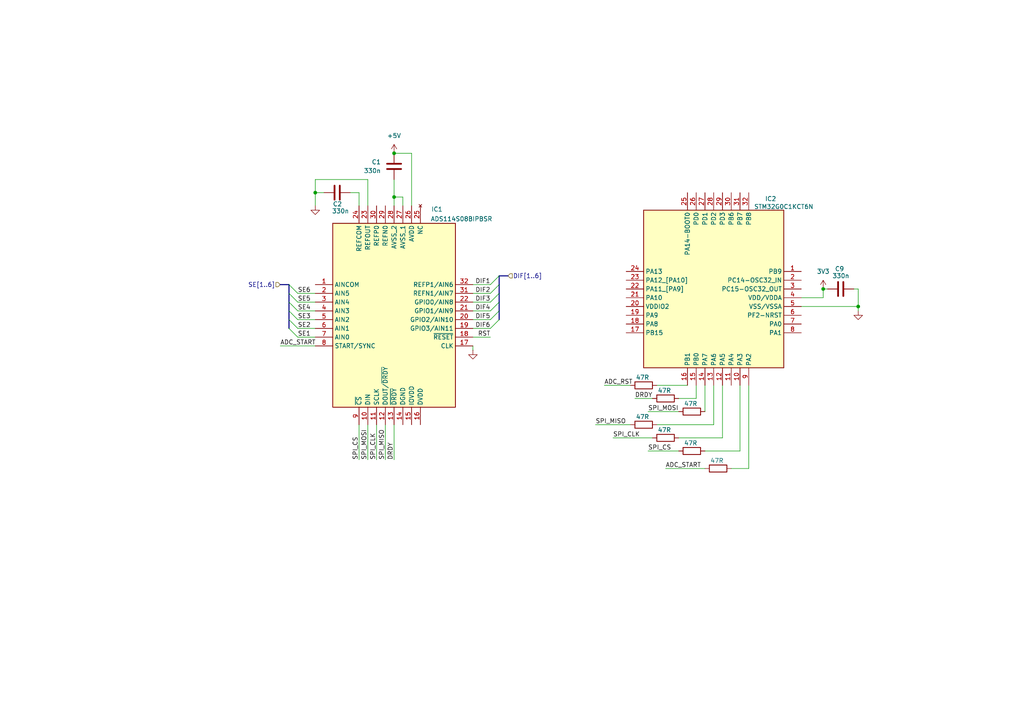
<source format=kicad_sch>
(kicad_sch
	(version 20250114)
	(generator "eeschema")
	(generator_version "9.0")
	(uuid "c9d57e86-8425-4f1e-98f7-eb4e662f29cc")
	(paper "A4")
	(lib_symbols
		(symbol "ADS114S08BIPBSR:ADS114S08BIPBSR"
			(exclude_from_sim no)
			(in_bom yes)
			(on_board yes)
			(property "Reference" "IC1"
				(at 35.306 21.844 0)
				(effects
					(font
						(size 1.27 1.27)
					)
				)
			)
			(property "Value" "ADS114S08BIPBSR"
				(at 42.418 19.05 0)
				(effects
					(font
						(size 1.27 1.27)
					)
				)
			)
			(property "Footprint" "QFP50P700X700X120-32N"
				(at 41.91 -79.68 0)
				(effects
					(font
						(size 1.27 1.27)
					)
					(justify left top)
					(hide yes)
				)
			)
			(property "Datasheet" "http://www.ti.com/lit/ds/symlink/ads114s08b.pdf"
				(at 41.91 -179.68 0)
				(effects
					(font
						(size 1.27 1.27)
					)
					(justify left top)
					(hide yes)
				)
			)
			(property "Description" "16-Bit, 4kSPS, 12-Ch Delta-Sigma ADC With PGA and Voltage Reference for Low-Cost Applications"
				(at 0 0 0)
				(effects
					(font
						(size 1.27 1.27)
					)
					(hide yes)
				)
			)
			(property "Height" "1.2"
				(at 41.91 -379.68 0)
				(effects
					(font
						(size 1.27 1.27)
					)
					(justify left top)
					(hide yes)
				)
			)
			(property "Mouser Part Number" "595-ADS114S08BIPBSR"
				(at 41.91 -479.68 0)
				(effects
					(font
						(size 1.27 1.27)
					)
					(justify left top)
					(hide yes)
				)
			)
			(property "Mouser Price/Stock" "https://www.mouser.co.uk/ProductDetail/Texas-Instruments/ADS114S08BIPBSR?qs=BZBei1rCqCBEYklFsSuG7A%3D%3D"
				(at 41.91 -579.68 0)
				(effects
					(font
						(size 1.27 1.27)
					)
					(justify left top)
					(hide yes)
				)
			)
			(property "Manufacturer_Name" "Texas Instruments"
				(at 41.91 -679.68 0)
				(effects
					(font
						(size 1.27 1.27)
					)
					(justify left top)
					(hide yes)
				)
			)
			(property "Manufacturer_Part_Number" "ADS114S08BIPBSR"
				(at 41.91 -779.68 0)
				(effects
					(font
						(size 1.27 1.27)
					)
					(justify left top)
					(hide yes)
				)
			)
			(symbol "ADS114S08BIPBSR_1_1"
				(rectangle
					(start 5.08 17.78)
					(end 40.64 -35.56)
					(stroke
						(width 0.254)
						(type default)
					)
					(fill
						(type background)
					)
				)
				(pin passive line
					(at 0 0 0)
					(length 5.08)
					(name "AINCOM"
						(effects
							(font
								(size 1.27 1.27)
							)
						)
					)
					(number "1"
						(effects
							(font
								(size 1.27 1.27)
							)
						)
					)
				)
				(pin passive line
					(at 0 -2.54 0)
					(length 5.08)
					(name "AIN5"
						(effects
							(font
								(size 1.27 1.27)
							)
						)
					)
					(number "2"
						(effects
							(font
								(size 1.27 1.27)
							)
						)
					)
				)
				(pin passive line
					(at 0 -5.08 0)
					(length 5.08)
					(name "AIN4"
						(effects
							(font
								(size 1.27 1.27)
							)
						)
					)
					(number "3"
						(effects
							(font
								(size 1.27 1.27)
							)
						)
					)
				)
				(pin passive line
					(at 0 -7.62 0)
					(length 5.08)
					(name "AIN3"
						(effects
							(font
								(size 1.27 1.27)
							)
						)
					)
					(number "4"
						(effects
							(font
								(size 1.27 1.27)
							)
						)
					)
				)
				(pin passive line
					(at 0 -10.16 0)
					(length 5.08)
					(name "AIN2"
						(effects
							(font
								(size 1.27 1.27)
							)
						)
					)
					(number "5"
						(effects
							(font
								(size 1.27 1.27)
							)
						)
					)
				)
				(pin passive line
					(at 0 -12.7 0)
					(length 5.08)
					(name "AIN1"
						(effects
							(font
								(size 1.27 1.27)
							)
						)
					)
					(number "6"
						(effects
							(font
								(size 1.27 1.27)
							)
						)
					)
				)
				(pin passive line
					(at 0 -15.24 0)
					(length 5.08)
					(name "AIN0"
						(effects
							(font
								(size 1.27 1.27)
							)
						)
					)
					(number "7"
						(effects
							(font
								(size 1.27 1.27)
							)
						)
					)
				)
				(pin passive line
					(at 0 -17.78 0)
					(length 5.08)
					(name "START/SYNC"
						(effects
							(font
								(size 1.27 1.27)
							)
						)
					)
					(number "8"
						(effects
							(font
								(size 1.27 1.27)
							)
						)
					)
				)
				(pin passive line
					(at 12.7 22.86 270)
					(length 5.08)
					(name "REFCOM"
						(effects
							(font
								(size 1.27 1.27)
							)
						)
					)
					(number "24"
						(effects
							(font
								(size 1.27 1.27)
							)
						)
					)
				)
				(pin passive line
					(at 12.7 -40.64 90)
					(length 5.08)
					(name "~{CS}"
						(effects
							(font
								(size 1.27 1.27)
							)
						)
					)
					(number "9"
						(effects
							(font
								(size 1.27 1.27)
							)
						)
					)
				)
				(pin passive line
					(at 15.24 22.86 270)
					(length 5.08)
					(name "REFOUT"
						(effects
							(font
								(size 1.27 1.27)
							)
						)
					)
					(number "23"
						(effects
							(font
								(size 1.27 1.27)
							)
						)
					)
				)
				(pin passive line
					(at 15.24 -40.64 90)
					(length 5.08)
					(name "DIN"
						(effects
							(font
								(size 1.27 1.27)
							)
						)
					)
					(number "10"
						(effects
							(font
								(size 1.27 1.27)
							)
						)
					)
				)
				(pin passive line
					(at 17.78 22.86 270)
					(length 5.08)
					(name "REFP0"
						(effects
							(font
								(size 1.27 1.27)
							)
						)
					)
					(number "30"
						(effects
							(font
								(size 1.27 1.27)
							)
						)
					)
				)
				(pin passive line
					(at 17.78 -40.64 90)
					(length 5.08)
					(name "SCLK"
						(effects
							(font
								(size 1.27 1.27)
							)
						)
					)
					(number "11"
						(effects
							(font
								(size 1.27 1.27)
							)
						)
					)
				)
				(pin passive line
					(at 20.32 22.86 270)
					(length 5.08)
					(name "REFN0"
						(effects
							(font
								(size 1.27 1.27)
							)
						)
					)
					(number "29"
						(effects
							(font
								(size 1.27 1.27)
							)
						)
					)
				)
				(pin passive line
					(at 20.32 -40.64 90)
					(length 5.08)
					(name "DOUT/~{DRDY}"
						(effects
							(font
								(size 1.27 1.27)
							)
						)
					)
					(number "12"
						(effects
							(font
								(size 1.27 1.27)
							)
						)
					)
				)
				(pin passive line
					(at 22.86 22.86 270)
					(length 5.08)
					(name "AVSS_2"
						(effects
							(font
								(size 1.27 1.27)
							)
						)
					)
					(number "28"
						(effects
							(font
								(size 1.27 1.27)
							)
						)
					)
				)
				(pin passive line
					(at 22.86 -40.64 90)
					(length 5.08)
					(name "~{DRDY}"
						(effects
							(font
								(size 1.27 1.27)
							)
						)
					)
					(number "13"
						(effects
							(font
								(size 1.27 1.27)
							)
						)
					)
				)
				(pin passive line
					(at 25.4 22.86 270)
					(length 5.08)
					(name "AVSS_1"
						(effects
							(font
								(size 1.27 1.27)
							)
						)
					)
					(number "27"
						(effects
							(font
								(size 1.27 1.27)
							)
						)
					)
				)
				(pin passive line
					(at 25.4 -40.64 90)
					(length 5.08)
					(name "DGND"
						(effects
							(font
								(size 1.27 1.27)
							)
						)
					)
					(number "14"
						(effects
							(font
								(size 1.27 1.27)
							)
						)
					)
				)
				(pin passive line
					(at 27.94 22.86 270)
					(length 5.08)
					(name "AVDD"
						(effects
							(font
								(size 1.27 1.27)
							)
						)
					)
					(number "26"
						(effects
							(font
								(size 1.27 1.27)
							)
						)
					)
				)
				(pin passive line
					(at 27.94 -40.64 90)
					(length 5.08)
					(name "IOVDD"
						(effects
							(font
								(size 1.27 1.27)
							)
						)
					)
					(number "15"
						(effects
							(font
								(size 1.27 1.27)
							)
						)
					)
				)
				(pin no_connect line
					(at 30.48 22.86 270)
					(length 5.08)
					(name "NC"
						(effects
							(font
								(size 1.27 1.27)
							)
						)
					)
					(number "25"
						(effects
							(font
								(size 1.27 1.27)
							)
						)
					)
				)
				(pin passive line
					(at 30.48 -40.64 90)
					(length 5.08)
					(name "DVDD"
						(effects
							(font
								(size 1.27 1.27)
							)
						)
					)
					(number "16"
						(effects
							(font
								(size 1.27 1.27)
							)
						)
					)
				)
				(pin passive line
					(at 45.72 0 180)
					(length 5.08)
					(name "REFP1/AIN6"
						(effects
							(font
								(size 1.27 1.27)
							)
						)
					)
					(number "32"
						(effects
							(font
								(size 1.27 1.27)
							)
						)
					)
				)
				(pin passive line
					(at 45.72 -2.54 180)
					(length 5.08)
					(name "REFN1/AIN7"
						(effects
							(font
								(size 1.27 1.27)
							)
						)
					)
					(number "31"
						(effects
							(font
								(size 1.27 1.27)
							)
						)
					)
				)
				(pin passive line
					(at 45.72 -5.08 180)
					(length 5.08)
					(name "GPIO0/AIN8"
						(effects
							(font
								(size 1.27 1.27)
							)
						)
					)
					(number "22"
						(effects
							(font
								(size 1.27 1.27)
							)
						)
					)
				)
				(pin passive line
					(at 45.72 -7.62 180)
					(length 5.08)
					(name "GPIO1/AIN9"
						(effects
							(font
								(size 1.27 1.27)
							)
						)
					)
					(number "21"
						(effects
							(font
								(size 1.27 1.27)
							)
						)
					)
				)
				(pin passive line
					(at 45.72 -10.16 180)
					(length 5.08)
					(name "GPIO2/AIN10"
						(effects
							(font
								(size 1.27 1.27)
							)
						)
					)
					(number "20"
						(effects
							(font
								(size 1.27 1.27)
							)
						)
					)
				)
				(pin passive line
					(at 45.72 -12.7 180)
					(length 5.08)
					(name "GPIO3/AIN11"
						(effects
							(font
								(size 1.27 1.27)
							)
						)
					)
					(number "19"
						(effects
							(font
								(size 1.27 1.27)
							)
						)
					)
				)
				(pin passive line
					(at 45.72 -15.24 180)
					(length 5.08)
					(name "~{RESET}"
						(effects
							(font
								(size 1.27 1.27)
							)
						)
					)
					(number "18"
						(effects
							(font
								(size 1.27 1.27)
							)
						)
					)
				)
				(pin passive line
					(at 45.72 -17.78 180)
					(length 5.08)
					(name "CLK"
						(effects
							(font
								(size 1.27 1.27)
							)
						)
					)
					(number "17"
						(effects
							(font
								(size 1.27 1.27)
							)
						)
					)
				)
			)
			(embedded_fonts no)
		)
		(symbol "Device:C"
			(pin_numbers
				(hide yes)
			)
			(pin_names
				(offset 0.254)
			)
			(exclude_from_sim no)
			(in_bom yes)
			(on_board yes)
			(property "Reference" "C"
				(at 0.635 2.54 0)
				(effects
					(font
						(size 1.27 1.27)
					)
					(justify left)
				)
			)
			(property "Value" "C"
				(at 0.635 -2.54 0)
				(effects
					(font
						(size 1.27 1.27)
					)
					(justify left)
				)
			)
			(property "Footprint" ""
				(at 0.9652 -3.81 0)
				(effects
					(font
						(size 1.27 1.27)
					)
					(hide yes)
				)
			)
			(property "Datasheet" "~"
				(at 0 0 0)
				(effects
					(font
						(size 1.27 1.27)
					)
					(hide yes)
				)
			)
			(property "Description" "Unpolarized capacitor"
				(at 0 0 0)
				(effects
					(font
						(size 1.27 1.27)
					)
					(hide yes)
				)
			)
			(property "ki_keywords" "cap capacitor"
				(at 0 0 0)
				(effects
					(font
						(size 1.27 1.27)
					)
					(hide yes)
				)
			)
			(property "ki_fp_filters" "C_*"
				(at 0 0 0)
				(effects
					(font
						(size 1.27 1.27)
					)
					(hide yes)
				)
			)
			(symbol "C_0_1"
				(polyline
					(pts
						(xy -2.032 0.762) (xy 2.032 0.762)
					)
					(stroke
						(width 0.508)
						(type default)
					)
					(fill
						(type none)
					)
				)
				(polyline
					(pts
						(xy -2.032 -0.762) (xy 2.032 -0.762)
					)
					(stroke
						(width 0.508)
						(type default)
					)
					(fill
						(type none)
					)
				)
			)
			(symbol "C_1_1"
				(pin passive line
					(at 0 3.81 270)
					(length 2.794)
					(name "~"
						(effects
							(font
								(size 1.27 1.27)
							)
						)
					)
					(number "1"
						(effects
							(font
								(size 1.27 1.27)
							)
						)
					)
				)
				(pin passive line
					(at 0 -3.81 90)
					(length 2.794)
					(name "~"
						(effects
							(font
								(size 1.27 1.27)
							)
						)
					)
					(number "2"
						(effects
							(font
								(size 1.27 1.27)
							)
						)
					)
				)
			)
			(embedded_fonts no)
		)
		(symbol "Device:R"
			(pin_numbers
				(hide yes)
			)
			(pin_names
				(offset 0)
			)
			(exclude_from_sim no)
			(in_bom yes)
			(on_board yes)
			(property "Reference" "R"
				(at 2.032 0 90)
				(effects
					(font
						(size 1.27 1.27)
					)
				)
			)
			(property "Value" "R"
				(at 0 0 90)
				(effects
					(font
						(size 1.27 1.27)
					)
				)
			)
			(property "Footprint" ""
				(at -1.778 0 90)
				(effects
					(font
						(size 1.27 1.27)
					)
					(hide yes)
				)
			)
			(property "Datasheet" "~"
				(at 0 0 0)
				(effects
					(font
						(size 1.27 1.27)
					)
					(hide yes)
				)
			)
			(property "Description" "Resistor"
				(at 0 0 0)
				(effects
					(font
						(size 1.27 1.27)
					)
					(hide yes)
				)
			)
			(property "ki_keywords" "R res resistor"
				(at 0 0 0)
				(effects
					(font
						(size 1.27 1.27)
					)
					(hide yes)
				)
			)
			(property "ki_fp_filters" "R_*"
				(at 0 0 0)
				(effects
					(font
						(size 1.27 1.27)
					)
					(hide yes)
				)
			)
			(symbol "R_0_1"
				(rectangle
					(start -1.016 -2.54)
					(end 1.016 2.54)
					(stroke
						(width 0.254)
						(type default)
					)
					(fill
						(type none)
					)
				)
			)
			(symbol "R_1_1"
				(pin passive line
					(at 0 3.81 270)
					(length 1.27)
					(name "~"
						(effects
							(font
								(size 1.27 1.27)
							)
						)
					)
					(number "1"
						(effects
							(font
								(size 1.27 1.27)
							)
						)
					)
				)
				(pin passive line
					(at 0 -3.81 90)
					(length 1.27)
					(name "~"
						(effects
							(font
								(size 1.27 1.27)
							)
						)
					)
					(number "2"
						(effects
							(font
								(size 1.27 1.27)
							)
						)
					)
				)
			)
			(embedded_fonts no)
		)
		(symbol "STM32G0C1KCT6N:STM32G0C1KCT6N"
			(exclude_from_sim no)
			(in_bom yes)
			(on_board yes)
			(property "Reference" "IC"
				(at 46.99 22.86 0)
				(effects
					(font
						(size 1.27 1.27)
					)
					(justify left top)
				)
			)
			(property "Value" "STM32G0C1KCT6N"
				(at 46.99 20.32 0)
				(effects
					(font
						(size 1.27 1.27)
					)
					(justify left top)
				)
			)
			(property "Footprint" "QFP80P900X900X160-32N"
				(at 46.99 -79.68 0)
				(effects
					(font
						(size 1.27 1.27)
					)
					(justify left top)
					(hide yes)
				)
			)
			(property "Datasheet" "https://www.st.com/resource/en/datasheet/stm32g0c1cc.pdf"
				(at 46.99 -179.68 0)
				(effects
					(font
						(size 1.27 1.27)
					)
					(justify left top)
					(hide yes)
				)
			)
			(property "Description" "Mainstream Arm Cortex-M0+ 32-bit MCU, up to 512KB Flash, 144KB RAM, 6x USART, timers, ADC, DAC, comm. I/Fs, AES, RNG, 1.7-3.6V"
				(at 0 0 0)
				(effects
					(font
						(size 1.27 1.27)
					)
					(hide yes)
				)
			)
			(property "Height" "1.6"
				(at 46.99 -379.68 0)
				(effects
					(font
						(size 1.27 1.27)
					)
					(justify left top)
					(hide yes)
				)
			)
			(property "Mouser Part Number" "511-STM32G0C1KCT6N"
				(at 46.99 -479.68 0)
				(effects
					(font
						(size 1.27 1.27)
					)
					(justify left top)
					(hide yes)
				)
			)
			(property "Mouser Price/Stock" "https://www.mouser.co.uk/ProductDetail/STMicroelectronics/STM32G0C1KCT6N?qs=iLbezkQI%252Bshu4f%252BBp0CpFw%3D%3D"
				(at 46.99 -579.68 0)
				(effects
					(font
						(size 1.27 1.27)
					)
					(justify left top)
					(hide yes)
				)
			)
			(property "Manufacturer_Name" "STMicroelectronics"
				(at 46.99 -679.68 0)
				(effects
					(font
						(size 1.27 1.27)
					)
					(justify left top)
					(hide yes)
				)
			)
			(property "Manufacturer_Part_Number" "STM32G0C1KCT6N"
				(at 46.99 -779.68 0)
				(effects
					(font
						(size 1.27 1.27)
					)
					(justify left top)
					(hide yes)
				)
			)
			(symbol "STM32G0C1KCT6N_1_1"
				(rectangle
					(start 5.08 17.78)
					(end 45.72 -27.94)
					(stroke
						(width 0.254)
						(type default)
					)
					(fill
						(type background)
					)
				)
				(pin passive line
					(at 0 0 0)
					(length 5.08)
					(name "PB9"
						(effects
							(font
								(size 1.27 1.27)
							)
						)
					)
					(number "1"
						(effects
							(font
								(size 1.27 1.27)
							)
						)
					)
				)
				(pin passive line
					(at 0 -2.54 0)
					(length 5.08)
					(name "PC14-OSC32_IN"
						(effects
							(font
								(size 1.27 1.27)
							)
						)
					)
					(number "2"
						(effects
							(font
								(size 1.27 1.27)
							)
						)
					)
				)
				(pin passive line
					(at 0 -5.08 0)
					(length 5.08)
					(name "PC15-OSC32_OUT"
						(effects
							(font
								(size 1.27 1.27)
							)
						)
					)
					(number "3"
						(effects
							(font
								(size 1.27 1.27)
							)
						)
					)
				)
				(pin passive line
					(at 0 -7.62 0)
					(length 5.08)
					(name "VDD/VDDA"
						(effects
							(font
								(size 1.27 1.27)
							)
						)
					)
					(number "4"
						(effects
							(font
								(size 1.27 1.27)
							)
						)
					)
				)
				(pin passive line
					(at 0 -10.16 0)
					(length 5.08)
					(name "VSS/VSSA"
						(effects
							(font
								(size 1.27 1.27)
							)
						)
					)
					(number "5"
						(effects
							(font
								(size 1.27 1.27)
							)
						)
					)
				)
				(pin passive line
					(at 0 -12.7 0)
					(length 5.08)
					(name "PF2-NRST"
						(effects
							(font
								(size 1.27 1.27)
							)
						)
					)
					(number "6"
						(effects
							(font
								(size 1.27 1.27)
							)
						)
					)
				)
				(pin passive line
					(at 0 -15.24 0)
					(length 5.08)
					(name "PA0"
						(effects
							(font
								(size 1.27 1.27)
							)
						)
					)
					(number "7"
						(effects
							(font
								(size 1.27 1.27)
							)
						)
					)
				)
				(pin passive line
					(at 0 -17.78 0)
					(length 5.08)
					(name "PA1"
						(effects
							(font
								(size 1.27 1.27)
							)
						)
					)
					(number "8"
						(effects
							(font
								(size 1.27 1.27)
							)
						)
					)
				)
				(pin passive line
					(at 15.24 22.86 270)
					(length 5.08)
					(name "PB8"
						(effects
							(font
								(size 1.27 1.27)
							)
						)
					)
					(number "32"
						(effects
							(font
								(size 1.27 1.27)
							)
						)
					)
				)
				(pin passive line
					(at 15.24 -33.02 90)
					(length 5.08)
					(name "PA2"
						(effects
							(font
								(size 1.27 1.27)
							)
						)
					)
					(number "9"
						(effects
							(font
								(size 1.27 1.27)
							)
						)
					)
				)
				(pin passive line
					(at 17.78 22.86 270)
					(length 5.08)
					(name "PB7"
						(effects
							(font
								(size 1.27 1.27)
							)
						)
					)
					(number "31"
						(effects
							(font
								(size 1.27 1.27)
							)
						)
					)
				)
				(pin passive line
					(at 17.78 -33.02 90)
					(length 5.08)
					(name "PA3"
						(effects
							(font
								(size 1.27 1.27)
							)
						)
					)
					(number "10"
						(effects
							(font
								(size 1.27 1.27)
							)
						)
					)
				)
				(pin passive line
					(at 20.32 22.86 270)
					(length 5.08)
					(name "PB6"
						(effects
							(font
								(size 1.27 1.27)
							)
						)
					)
					(number "30"
						(effects
							(font
								(size 1.27 1.27)
							)
						)
					)
				)
				(pin passive line
					(at 20.32 -33.02 90)
					(length 5.08)
					(name "PA4"
						(effects
							(font
								(size 1.27 1.27)
							)
						)
					)
					(number "11"
						(effects
							(font
								(size 1.27 1.27)
							)
						)
					)
				)
				(pin passive line
					(at 22.86 22.86 270)
					(length 5.08)
					(name "PD3"
						(effects
							(font
								(size 1.27 1.27)
							)
						)
					)
					(number "29"
						(effects
							(font
								(size 1.27 1.27)
							)
						)
					)
				)
				(pin passive line
					(at 22.86 -33.02 90)
					(length 5.08)
					(name "PA5"
						(effects
							(font
								(size 1.27 1.27)
							)
						)
					)
					(number "12"
						(effects
							(font
								(size 1.27 1.27)
							)
						)
					)
				)
				(pin passive line
					(at 25.4 22.86 270)
					(length 5.08)
					(name "PD2"
						(effects
							(font
								(size 1.27 1.27)
							)
						)
					)
					(number "28"
						(effects
							(font
								(size 1.27 1.27)
							)
						)
					)
				)
				(pin passive line
					(at 25.4 -33.02 90)
					(length 5.08)
					(name "PA6"
						(effects
							(font
								(size 1.27 1.27)
							)
						)
					)
					(number "13"
						(effects
							(font
								(size 1.27 1.27)
							)
						)
					)
				)
				(pin passive line
					(at 27.94 22.86 270)
					(length 5.08)
					(name "PD1"
						(effects
							(font
								(size 1.27 1.27)
							)
						)
					)
					(number "27"
						(effects
							(font
								(size 1.27 1.27)
							)
						)
					)
				)
				(pin passive line
					(at 27.94 -33.02 90)
					(length 5.08)
					(name "PA7"
						(effects
							(font
								(size 1.27 1.27)
							)
						)
					)
					(number "14"
						(effects
							(font
								(size 1.27 1.27)
							)
						)
					)
				)
				(pin passive line
					(at 30.48 22.86 270)
					(length 5.08)
					(name "PD0"
						(effects
							(font
								(size 1.27 1.27)
							)
						)
					)
					(number "26"
						(effects
							(font
								(size 1.27 1.27)
							)
						)
					)
				)
				(pin passive line
					(at 30.48 -33.02 90)
					(length 5.08)
					(name "PB0"
						(effects
							(font
								(size 1.27 1.27)
							)
						)
					)
					(number "15"
						(effects
							(font
								(size 1.27 1.27)
							)
						)
					)
				)
				(pin passive line
					(at 33.02 22.86 270)
					(length 5.08)
					(name "PA14-BOOT0"
						(effects
							(font
								(size 1.27 1.27)
							)
						)
					)
					(number "25"
						(effects
							(font
								(size 1.27 1.27)
							)
						)
					)
				)
				(pin passive line
					(at 33.02 -33.02 90)
					(length 5.08)
					(name "PB1"
						(effects
							(font
								(size 1.27 1.27)
							)
						)
					)
					(number "16"
						(effects
							(font
								(size 1.27 1.27)
							)
						)
					)
				)
				(pin passive line
					(at 50.8 0 180)
					(length 5.08)
					(name "PA13"
						(effects
							(font
								(size 1.27 1.27)
							)
						)
					)
					(number "24"
						(effects
							(font
								(size 1.27 1.27)
							)
						)
					)
				)
				(pin passive line
					(at 50.8 -2.54 180)
					(length 5.08)
					(name "PA12_[PA10]"
						(effects
							(font
								(size 1.27 1.27)
							)
						)
					)
					(number "23"
						(effects
							(font
								(size 1.27 1.27)
							)
						)
					)
				)
				(pin passive line
					(at 50.8 -5.08 180)
					(length 5.08)
					(name "PA11_[PA9]"
						(effects
							(font
								(size 1.27 1.27)
							)
						)
					)
					(number "22"
						(effects
							(font
								(size 1.27 1.27)
							)
						)
					)
				)
				(pin passive line
					(at 50.8 -7.62 180)
					(length 5.08)
					(name "PA10"
						(effects
							(font
								(size 1.27 1.27)
							)
						)
					)
					(number "21"
						(effects
							(font
								(size 1.27 1.27)
							)
						)
					)
				)
				(pin passive line
					(at 50.8 -10.16 180)
					(length 5.08)
					(name "VDDIO2"
						(effects
							(font
								(size 1.27 1.27)
							)
						)
					)
					(number "20"
						(effects
							(font
								(size 1.27 1.27)
							)
						)
					)
				)
				(pin passive line
					(at 50.8 -12.7 180)
					(length 5.08)
					(name "PA9"
						(effects
							(font
								(size 1.27 1.27)
							)
						)
					)
					(number "19"
						(effects
							(font
								(size 1.27 1.27)
							)
						)
					)
				)
				(pin passive line
					(at 50.8 -15.24 180)
					(length 5.08)
					(name "PA8"
						(effects
							(font
								(size 1.27 1.27)
							)
						)
					)
					(number "18"
						(effects
							(font
								(size 1.27 1.27)
							)
						)
					)
				)
				(pin passive line
					(at 50.8 -17.78 180)
					(length 5.08)
					(name "PB15"
						(effects
							(font
								(size 1.27 1.27)
							)
						)
					)
					(number "17"
						(effects
							(font
								(size 1.27 1.27)
							)
						)
					)
				)
			)
			(embedded_fonts no)
		)
		(symbol "power:+5V"
			(power)
			(pin_numbers
				(hide yes)
			)
			(pin_names
				(offset 0)
				(hide yes)
			)
			(exclude_from_sim no)
			(in_bom yes)
			(on_board yes)
			(property "Reference" "#PWR"
				(at 0 -3.81 0)
				(effects
					(font
						(size 1.27 1.27)
					)
					(hide yes)
				)
			)
			(property "Value" "+5V"
				(at 0 3.556 0)
				(effects
					(font
						(size 1.27 1.27)
					)
				)
			)
			(property "Footprint" ""
				(at 0 0 0)
				(effects
					(font
						(size 1.27 1.27)
					)
					(hide yes)
				)
			)
			(property "Datasheet" ""
				(at 0 0 0)
				(effects
					(font
						(size 1.27 1.27)
					)
					(hide yes)
				)
			)
			(property "Description" "Power symbol creates a global label with name \"+5V\""
				(at 0 0 0)
				(effects
					(font
						(size 1.27 1.27)
					)
					(hide yes)
				)
			)
			(property "ki_keywords" "global power"
				(at 0 0 0)
				(effects
					(font
						(size 1.27 1.27)
					)
					(hide yes)
				)
			)
			(symbol "+5V_0_1"
				(polyline
					(pts
						(xy -0.762 1.27) (xy 0 2.54)
					)
					(stroke
						(width 0)
						(type default)
					)
					(fill
						(type none)
					)
				)
				(polyline
					(pts
						(xy 0 2.54) (xy 0.762 1.27)
					)
					(stroke
						(width 0)
						(type default)
					)
					(fill
						(type none)
					)
				)
				(polyline
					(pts
						(xy 0 0) (xy 0 2.54)
					)
					(stroke
						(width 0)
						(type default)
					)
					(fill
						(type none)
					)
				)
			)
			(symbol "+5V_1_1"
				(pin power_in line
					(at 0 0 90)
					(length 0)
					(name "~"
						(effects
							(font
								(size 1.27 1.27)
							)
						)
					)
					(number "1"
						(effects
							(font
								(size 1.27 1.27)
							)
						)
					)
				)
			)
			(embedded_fonts no)
		)
		(symbol "power:GND"
			(power)
			(pin_numbers
				(hide yes)
			)
			(pin_names
				(offset 0)
				(hide yes)
			)
			(exclude_from_sim no)
			(in_bom yes)
			(on_board yes)
			(property "Reference" "#PWR"
				(at 0 -6.35 0)
				(effects
					(font
						(size 1.27 1.27)
					)
					(hide yes)
				)
			)
			(property "Value" "GND"
				(at 0 -3.81 0)
				(effects
					(font
						(size 1.27 1.27)
					)
				)
			)
			(property "Footprint" ""
				(at 0 0 0)
				(effects
					(font
						(size 1.27 1.27)
					)
					(hide yes)
				)
			)
			(property "Datasheet" ""
				(at 0 0 0)
				(effects
					(font
						(size 1.27 1.27)
					)
					(hide yes)
				)
			)
			(property "Description" "Power symbol creates a global label with name \"GND\" , ground"
				(at 0 0 0)
				(effects
					(font
						(size 1.27 1.27)
					)
					(hide yes)
				)
			)
			(property "ki_keywords" "global power"
				(at 0 0 0)
				(effects
					(font
						(size 1.27 1.27)
					)
					(hide yes)
				)
			)
			(symbol "GND_0_1"
				(polyline
					(pts
						(xy 0 0) (xy 0 -1.27) (xy 1.27 -1.27) (xy 0 -2.54) (xy -1.27 -1.27) (xy 0 -1.27)
					)
					(stroke
						(width 0)
						(type default)
					)
					(fill
						(type none)
					)
				)
			)
			(symbol "GND_1_1"
				(pin power_in line
					(at 0 0 270)
					(length 0)
					(name "~"
						(effects
							(font
								(size 1.27 1.27)
							)
						)
					)
					(number "1"
						(effects
							(font
								(size 1.27 1.27)
							)
						)
					)
				)
			)
			(embedded_fonts no)
		)
	)
	(junction
		(at 248.92 88.9)
		(diameter 0)
		(color 0 0 0 0)
		(uuid "0392904e-638e-439b-ab7c-e4432d9c8e3d")
	)
	(junction
		(at 114.3 57.15)
		(diameter 0)
		(color 0 0 0 0)
		(uuid "14464e63-d211-46e0-8e02-8d962cffce3d")
	)
	(junction
		(at 114.3 44.45)
		(diameter 0)
		(color 0 0 0 0)
		(uuid "3f238a02-c29f-426d-99f8-ea5e53cd0552")
	)
	(junction
		(at 238.76 83.82)
		(diameter 0)
		(color 0 0 0 0)
		(uuid "783bfbac-9680-4fff-87c4-3a2fdc8c7da1")
	)
	(junction
		(at 91.44 55.88)
		(diameter 0)
		(color 0 0 0 0)
		(uuid "de4e40b7-b1f1-44e5-8d2b-6cc374b17d6e")
	)
	(bus_entry
		(at 142.24 82.55)
		(size 2.54 -2.54)
		(stroke
			(width 0)
			(type default)
		)
		(uuid "0a1de2b0-5e11-4cf5-9d7d-9fee2b4cad2a")
	)
	(bus_entry
		(at 86.36 95.25)
		(size -2.54 -2.54)
		(stroke
			(width 0)
			(type default)
		)
		(uuid "16d9fad3-7410-48aa-ba1a-1b09861db03c")
	)
	(bus_entry
		(at 86.36 87.63)
		(size -2.54 -2.54)
		(stroke
			(width 0)
			(type default)
		)
		(uuid "1af72048-aec0-45c7-ad74-c63e15e36ce3")
	)
	(bus_entry
		(at 142.24 95.25)
		(size 2.54 -2.54)
		(stroke
			(width 0)
			(type default)
		)
		(uuid "241f61a2-4c96-4cf6-aa3d-dc017d921fb0")
	)
	(bus_entry
		(at 142.24 92.71)
		(size 2.54 -2.54)
		(stroke
			(width 0)
			(type default)
		)
		(uuid "25ea5317-fbfa-4a44-af33-a5f3cf285dc6")
	)
	(bus_entry
		(at 142.24 85.09)
		(size 2.54 -2.54)
		(stroke
			(width 0)
			(type default)
		)
		(uuid "49ab745b-1eec-44e9-9bad-a7d7b4f888c0")
	)
	(bus_entry
		(at 86.36 85.09)
		(size -2.54 -2.54)
		(stroke
			(width 0)
			(type default)
		)
		(uuid "87ca7766-7b55-4190-b525-af124ab024ea")
	)
	(bus_entry
		(at 142.24 87.63)
		(size 2.54 -2.54)
		(stroke
			(width 0)
			(type default)
		)
		(uuid "a777fed8-59d9-4189-8729-1d1edb513e77")
	)
	(bus_entry
		(at 86.36 92.71)
		(size -2.54 -2.54)
		(stroke
			(width 0)
			(type default)
		)
		(uuid "c413e1bf-c8d0-4f65-8a51-dc6de8405f61")
	)
	(bus_entry
		(at 86.36 90.17)
		(size -2.54 -2.54)
		(stroke
			(width 0)
			(type default)
		)
		(uuid "ce2cdc8b-ab44-41c5-a94e-2f9c448e881e")
	)
	(bus_entry
		(at 142.24 90.17)
		(size 2.54 -2.54)
		(stroke
			(width 0)
			(type default)
		)
		(uuid "ce8bf218-b305-4ccb-8e9c-c9cd57e1a766")
	)
	(bus_entry
		(at 86.36 97.79)
		(size -2.54 -2.54)
		(stroke
			(width 0)
			(type default)
		)
		(uuid "e0d61027-52f5-4c97-a9ee-0c4e1b7dc0ac")
	)
	(wire
		(pts
			(xy 106.68 123.19) (xy 106.68 133.35)
		)
		(stroke
			(width 0)
			(type default)
		)
		(uuid "0019e42f-9369-482e-ae80-4a3b417e5e9b")
	)
	(wire
		(pts
			(xy 238.76 83.82) (xy 238.76 86.36)
		)
		(stroke
			(width 0)
			(type default)
		)
		(uuid "01dd9a70-c044-41d1-89ad-4138182757b9")
	)
	(wire
		(pts
			(xy 137.16 97.79) (xy 142.24 97.79)
		)
		(stroke
			(width 0)
			(type default)
		)
		(uuid "02ca77b7-7675-4f37-a0f8-ada007b518fb")
	)
	(wire
		(pts
			(xy 137.16 85.09) (xy 142.24 85.09)
		)
		(stroke
			(width 0)
			(type default)
		)
		(uuid "05a21b7c-c2fa-42ad-b419-cd7864652240")
	)
	(wire
		(pts
			(xy 114.3 44.45) (xy 119.38 44.45)
		)
		(stroke
			(width 0)
			(type default)
		)
		(uuid "061528d6-e4b3-4c34-b6c5-b6321c14b397")
	)
	(wire
		(pts
			(xy 104.14 123.19) (xy 104.14 133.35)
		)
		(stroke
			(width 0)
			(type default)
		)
		(uuid "07a52885-9643-4126-9404-b0fb9aac641c")
	)
	(wire
		(pts
			(xy 207.01 111.76) (xy 207.01 123.19)
		)
		(stroke
			(width 0)
			(type default)
		)
		(uuid "13edb929-4f4e-4dd2-ba83-50442bf07ae4")
	)
	(bus
		(pts
			(xy 144.78 80.01) (xy 144.78 82.55)
		)
		(stroke
			(width 0)
			(type default)
		)
		(uuid "14c7e97a-721c-4055-8d56-eca3723eabb3")
	)
	(wire
		(pts
			(xy 114.3 59.69) (xy 114.3 57.15)
		)
		(stroke
			(width 0)
			(type default)
		)
		(uuid "19a0bf84-50c1-47c3-8637-a3c6f0ed9ef4")
	)
	(wire
		(pts
			(xy 86.36 90.17) (xy 91.44 90.17)
		)
		(stroke
			(width 0)
			(type default)
		)
		(uuid "19adc7d9-f456-4a51-91f6-edcf1755266d")
	)
	(wire
		(pts
			(xy 232.41 86.36) (xy 238.76 86.36)
		)
		(stroke
			(width 0)
			(type default)
		)
		(uuid "1afdfdd2-f22c-4152-84f0-ab518f1af961")
	)
	(wire
		(pts
			(xy 104.14 59.69) (xy 104.14 55.88)
		)
		(stroke
			(width 0)
			(type default)
		)
		(uuid "1f56cdae-b71e-4637-b15d-23ac9b1a0852")
	)
	(wire
		(pts
			(xy 114.3 52.07) (xy 114.3 57.15)
		)
		(stroke
			(width 0)
			(type default)
		)
		(uuid "22bd740b-f312-4dbe-9555-d46bf637d40c")
	)
	(bus
		(pts
			(xy 83.82 90.17) (xy 83.82 92.71)
		)
		(stroke
			(width 0)
			(type default)
		)
		(uuid "271dcd37-3124-408d-b62b-15187e17dc3b")
	)
	(wire
		(pts
			(xy 204.47 111.76) (xy 204.47 119.38)
		)
		(stroke
			(width 0)
			(type default)
		)
		(uuid "27a94a01-948b-44aa-8a40-a4ad4c337d4a")
	)
	(wire
		(pts
			(xy 114.3 57.15) (xy 116.84 57.15)
		)
		(stroke
			(width 0)
			(type default)
		)
		(uuid "2c78dab3-4936-43f4-9957-b503262ecb27")
	)
	(wire
		(pts
			(xy 106.68 52.07) (xy 91.44 52.07)
		)
		(stroke
			(width 0)
			(type default)
		)
		(uuid "2df5d686-1d97-4aed-bf64-e987841eed69")
	)
	(wire
		(pts
			(xy 187.96 119.38) (xy 196.85 119.38)
		)
		(stroke
			(width 0)
			(type default)
		)
		(uuid "3244498c-49f9-432b-88fc-d4174d9d6a8e")
	)
	(wire
		(pts
			(xy 209.55 111.76) (xy 209.55 127)
		)
		(stroke
			(width 0)
			(type default)
		)
		(uuid "3dac23ad-6e16-4c02-836d-119e79242241")
	)
	(wire
		(pts
			(xy 104.14 55.88) (xy 101.6 55.88)
		)
		(stroke
			(width 0)
			(type default)
		)
		(uuid "43ac7b77-3632-4391-b071-f8cc05e6a4b4")
	)
	(wire
		(pts
			(xy 240.03 83.82) (xy 238.76 83.82)
		)
		(stroke
			(width 0)
			(type default)
		)
		(uuid "497a78b3-868c-48c0-ab7e-e164b3a6f2f5")
	)
	(bus
		(pts
			(xy 147.32 80.01) (xy 144.78 80.01)
		)
		(stroke
			(width 0)
			(type default)
		)
		(uuid "504a4cfe-f58a-4096-91a3-cbd96209a411")
	)
	(bus
		(pts
			(xy 144.78 87.63) (xy 144.78 90.17)
		)
		(stroke
			(width 0)
			(type default)
		)
		(uuid "5550921e-2be3-46c1-be05-b904eba24e57")
	)
	(wire
		(pts
			(xy 247.65 83.82) (xy 248.92 83.82)
		)
		(stroke
			(width 0)
			(type default)
		)
		(uuid "5761a315-1d6d-4b77-9bfd-f8ad40246dab")
	)
	(wire
		(pts
			(xy 175.26 111.76) (xy 182.88 111.76)
		)
		(stroke
			(width 0)
			(type default)
		)
		(uuid "5a5be491-5cc9-4874-ac7f-317a28adf15d")
	)
	(wire
		(pts
			(xy 86.36 92.71) (xy 91.44 92.71)
		)
		(stroke
			(width 0)
			(type default)
		)
		(uuid "5a7f2b3c-f037-4cf0-a00b-e47d2cbc6b00")
	)
	(wire
		(pts
			(xy 81.28 100.33) (xy 91.44 100.33)
		)
		(stroke
			(width 0)
			(type default)
		)
		(uuid "5c873103-af1f-4ffb-adbd-c536ffe41706")
	)
	(wire
		(pts
			(xy 86.36 85.09) (xy 91.44 85.09)
		)
		(stroke
			(width 0)
			(type default)
		)
		(uuid "5e4055b0-3c13-4cbd-957f-b06a7a70023a")
	)
	(wire
		(pts
			(xy 114.3 123.19) (xy 114.3 133.35)
		)
		(stroke
			(width 0)
			(type default)
		)
		(uuid "606c3d9c-6a97-4343-9845-93bfb31a052d")
	)
	(wire
		(pts
			(xy 86.36 97.79) (xy 91.44 97.79)
		)
		(stroke
			(width 0)
			(type default)
		)
		(uuid "6e35fe85-6b1e-43ee-b21c-b6eedff895a7")
	)
	(wire
		(pts
			(xy 177.8 127) (xy 189.23 127)
		)
		(stroke
			(width 0)
			(type default)
		)
		(uuid "6ed4d937-d519-4b5c-affb-61be7c6a4b5b")
	)
	(wire
		(pts
			(xy 137.16 100.33) (xy 137.16 101.6)
		)
		(stroke
			(width 0)
			(type default)
		)
		(uuid "7277c9ad-76c2-4c21-81a6-6d91d55883a2")
	)
	(wire
		(pts
			(xy 248.92 88.9) (xy 248.92 90.17)
		)
		(stroke
			(width 0)
			(type default)
		)
		(uuid "7827e20e-8b05-44be-9b52-d6d6c344cfc6")
	)
	(wire
		(pts
			(xy 137.16 90.17) (xy 142.24 90.17)
		)
		(stroke
			(width 0)
			(type default)
		)
		(uuid "7ec2dbb7-2933-422c-a377-35f4034d5664")
	)
	(wire
		(pts
			(xy 196.85 127) (xy 209.55 127)
		)
		(stroke
			(width 0)
			(type default)
		)
		(uuid "88bb1ade-aa1e-4616-851a-ce5a9ed4c820")
	)
	(wire
		(pts
			(xy 137.16 82.55) (xy 142.24 82.55)
		)
		(stroke
			(width 0)
			(type default)
		)
		(uuid "8f38f1e6-b138-4666-afb6-981087d7923d")
	)
	(wire
		(pts
			(xy 91.44 52.07) (xy 91.44 55.88)
		)
		(stroke
			(width 0)
			(type default)
		)
		(uuid "905dd922-59ed-455d-ab86-580dbfd2633c")
	)
	(wire
		(pts
			(xy 190.5 123.19) (xy 207.01 123.19)
		)
		(stroke
			(width 0)
			(type default)
		)
		(uuid "9536e972-f1c5-491e-b73d-5c3a7e3e41f5")
	)
	(wire
		(pts
			(xy 214.63 111.76) (xy 214.63 130.81)
		)
		(stroke
			(width 0)
			(type default)
		)
		(uuid "959c9c3f-f0ba-41c3-9b14-d8be698d0f1c")
	)
	(bus
		(pts
			(xy 81.28 82.55) (xy 83.82 82.55)
		)
		(stroke
			(width 0)
			(type default)
		)
		(uuid "97900d55-ecb0-42c3-b316-9df29563b4b5")
	)
	(wire
		(pts
			(xy 91.44 55.88) (xy 91.44 59.69)
		)
		(stroke
			(width 0)
			(type default)
		)
		(uuid "9d21c514-3205-4610-887a-a78fdfa7aac9")
	)
	(wire
		(pts
			(xy 204.47 130.81) (xy 214.63 130.81)
		)
		(stroke
			(width 0)
			(type default)
		)
		(uuid "9d5830a3-f552-45ff-9e99-7177eca4f919")
	)
	(wire
		(pts
			(xy 86.36 95.25) (xy 91.44 95.25)
		)
		(stroke
			(width 0)
			(type default)
		)
		(uuid "a112d48a-7514-4b47-a33d-52c70e0f9951")
	)
	(wire
		(pts
			(xy 232.41 88.9) (xy 248.92 88.9)
		)
		(stroke
			(width 0)
			(type default)
		)
		(uuid "a3aec5d9-0eb9-47e1-ae1b-9dd7b9bee8f7")
	)
	(bus
		(pts
			(xy 144.78 82.55) (xy 144.78 85.09)
		)
		(stroke
			(width 0)
			(type default)
		)
		(uuid "a77f20d3-2f3b-4ecc-8db1-fc4fa02eb0a3")
	)
	(wire
		(pts
			(xy 172.72 123.19) (xy 182.88 123.19)
		)
		(stroke
			(width 0)
			(type default)
		)
		(uuid "a7844704-a89c-42c5-b0fe-fbb529f4e9a6")
	)
	(bus
		(pts
			(xy 83.82 85.09) (xy 83.82 87.63)
		)
		(stroke
			(width 0)
			(type default)
		)
		(uuid "b003ae2d-728b-48de-a679-8a8555a62344")
	)
	(wire
		(pts
			(xy 91.44 55.88) (xy 93.98 55.88)
		)
		(stroke
			(width 0)
			(type default)
		)
		(uuid "b1539620-7073-40ce-b32d-6accd31de2ea")
	)
	(wire
		(pts
			(xy 109.22 123.19) (xy 109.22 133.35)
		)
		(stroke
			(width 0)
			(type default)
		)
		(uuid "b19e3379-deed-431a-82f9-a2ccf071c321")
	)
	(bus
		(pts
			(xy 83.82 82.55) (xy 83.82 85.09)
		)
		(stroke
			(width 0)
			(type default)
		)
		(uuid "b1ac76c5-7907-4756-9fbe-c006df1cc8e4")
	)
	(wire
		(pts
			(xy 248.92 83.82) (xy 248.92 88.9)
		)
		(stroke
			(width 0)
			(type default)
		)
		(uuid "b40f1531-dae9-4ffb-917d-4fe5caed89ba")
	)
	(wire
		(pts
			(xy 116.84 57.15) (xy 116.84 59.69)
		)
		(stroke
			(width 0)
			(type default)
		)
		(uuid "ba097fcf-bd8a-4872-918c-94c4a0e318ec")
	)
	(wire
		(pts
			(xy 119.38 44.45) (xy 119.38 59.69)
		)
		(stroke
			(width 0)
			(type default)
		)
		(uuid "ba1aff4d-e9ac-4206-b951-0abfc0dc4f59")
	)
	(bus
		(pts
			(xy 83.82 92.71) (xy 83.82 95.25)
		)
		(stroke
			(width 0)
			(type default)
		)
		(uuid "bbc76cba-99d3-4985-99c7-da0d126e4585")
	)
	(wire
		(pts
			(xy 106.68 59.69) (xy 106.68 52.07)
		)
		(stroke
			(width 0)
			(type default)
		)
		(uuid "bfd58a51-6d7e-4bf3-80e1-1aef81156acd")
	)
	(wire
		(pts
			(xy 190.5 111.76) (xy 199.39 111.76)
		)
		(stroke
			(width 0)
			(type default)
		)
		(uuid "c3a16d6e-de3f-4c66-8c5b-4828bae8b357")
	)
	(wire
		(pts
			(xy 111.76 123.19) (xy 111.76 133.35)
		)
		(stroke
			(width 0)
			(type default)
		)
		(uuid "c464c55c-4ae8-4503-a5f8-1dd79ce73066")
	)
	(wire
		(pts
			(xy 184.15 115.57) (xy 189.23 115.57)
		)
		(stroke
			(width 0)
			(type default)
		)
		(uuid "cb185d77-592b-402d-a0e8-9b73d33a862d")
	)
	(wire
		(pts
			(xy 196.85 115.57) (xy 201.93 115.57)
		)
		(stroke
			(width 0)
			(type default)
		)
		(uuid "ce1b2e9e-ba75-45b0-9c99-07488a952654")
	)
	(wire
		(pts
			(xy 137.16 92.71) (xy 142.24 92.71)
		)
		(stroke
			(width 0)
			(type default)
		)
		(uuid "cf9dfe80-ccf5-48d5-99e0-9ad7bbda92e1")
	)
	(wire
		(pts
			(xy 193.04 135.89) (xy 204.47 135.89)
		)
		(stroke
			(width 0)
			(type default)
		)
		(uuid "d1613dee-9b58-41a2-afc1-9aa8afa071df")
	)
	(wire
		(pts
			(xy 212.09 135.89) (xy 217.17 135.89)
		)
		(stroke
			(width 0)
			(type default)
		)
		(uuid "d4cb9799-75ec-43ca-915d-e219a5ebf3b1")
	)
	(wire
		(pts
			(xy 201.93 115.57) (xy 201.93 111.76)
		)
		(stroke
			(width 0)
			(type default)
		)
		(uuid "d79fb15c-ec25-4128-a56d-a79a6cf1d26b")
	)
	(wire
		(pts
			(xy 86.36 87.63) (xy 91.44 87.63)
		)
		(stroke
			(width 0)
			(type default)
		)
		(uuid "e50c54c2-6fef-4619-a201-a5927fe1e40d")
	)
	(bus
		(pts
			(xy 83.82 87.63) (xy 83.82 90.17)
		)
		(stroke
			(width 0)
			(type default)
		)
		(uuid "e878e17b-8f26-4e55-9cf5-6d5d5c972b94")
	)
	(wire
		(pts
			(xy 187.96 130.81) (xy 196.85 130.81)
		)
		(stroke
			(width 0)
			(type default)
		)
		(uuid "eee16457-5c18-4a3a-b392-33c1ef91909e")
	)
	(bus
		(pts
			(xy 144.78 85.09) (xy 144.78 87.63)
		)
		(stroke
			(width 0)
			(type default)
		)
		(uuid "efb02cee-a04b-47ed-82e3-f4060b6cfbf5")
	)
	(wire
		(pts
			(xy 217.17 111.76) (xy 217.17 135.89)
		)
		(stroke
			(width 0)
			(type default)
		)
		(uuid "f12bfa7c-a86a-4ed2-91cc-1682b576e91f")
	)
	(wire
		(pts
			(xy 137.16 87.63) (xy 142.24 87.63)
		)
		(stroke
			(width 0)
			(type default)
		)
		(uuid "f201c21c-8937-4831-9c5c-7ddd05fe3628")
	)
	(bus
		(pts
			(xy 144.78 90.17) (xy 144.78 92.71)
		)
		(stroke
			(width 0)
			(type default)
		)
		(uuid "f845bbc1-87a0-46fa-ad9a-30a4b8a68daf")
	)
	(wire
		(pts
			(xy 137.16 95.25) (xy 142.24 95.25)
		)
		(stroke
			(width 0)
			(type default)
		)
		(uuid "fdd56a29-7edd-4cc0-afde-b44b389d0127")
	)
	(label "SPI_CS"
		(at 187.96 130.81 0)
		(effects
			(font
				(size 1.27 1.27)
			)
			(justify left bottom)
		)
		(uuid "00c63c33-bc43-461a-a686-73daaf47f89e")
	)
	(label "SE2"
		(at 86.36 95.25 0)
		(effects
			(font
				(size 1.27 1.27)
			)
			(justify left bottom)
		)
		(uuid "14b6e8a9-bacb-404b-9754-3bd0f3367073")
	)
	(label "SE3"
		(at 86.36 92.71 0)
		(effects
			(font
				(size 1.27 1.27)
			)
			(justify left bottom)
		)
		(uuid "2300427f-f9b9-49b5-9ca5-e0ec86e9edb3")
	)
	(label "SPI_MISO"
		(at 172.72 123.19 0)
		(effects
			(font
				(size 1.27 1.27)
			)
			(justify left bottom)
		)
		(uuid "2f170e5c-ef73-42eb-8c87-df6fa997b84a")
	)
	(label "RST"
		(at 142.24 97.79 180)
		(effects
			(font
				(size 1.27 1.27)
			)
			(justify right bottom)
		)
		(uuid "34efd5f7-6abc-428a-8b8d-1723e0b9e3b2")
	)
	(label "SPI_MOSI"
		(at 106.68 133.35 90)
		(effects
			(font
				(size 1.27 1.27)
			)
			(justify left bottom)
		)
		(uuid "361b1165-3a77-4bac-891d-7ab9ee0924f0")
	)
	(label "ADC_RST"
		(at 175.26 111.76 0)
		(effects
			(font
				(size 1.27 1.27)
			)
			(justify left bottom)
		)
		(uuid "42a94bcb-5c66-484a-8de9-9837ca830a4e")
	)
	(label "SPI_CS"
		(at 104.14 133.35 90)
		(effects
			(font
				(size 1.27 1.27)
			)
			(justify left bottom)
		)
		(uuid "75ded96a-c6f3-4f73-93a0-1f5f416a269d")
	)
	(label "DIF3"
		(at 142.24 87.63 180)
		(effects
			(font
				(size 1.27 1.27)
			)
			(justify right bottom)
		)
		(uuid "8370e9a8-429f-40ed-9e03-1d8ab333bf57")
	)
	(label "DRDY"
		(at 114.3 133.35 90)
		(effects
			(font
				(size 1.27 1.27)
			)
			(justify left bottom)
		)
		(uuid "8378c9e0-863a-4a2a-8305-d8ff4ef16408")
	)
	(label "DRDY"
		(at 184.15 115.57 0)
		(effects
			(font
				(size 1.27 1.27)
			)
			(justify left bottom)
		)
		(uuid "8b8dd3bc-f5ca-437c-b329-1adf01ce616d")
	)
	(label "SPI_CLK"
		(at 177.8 127 0)
		(effects
			(font
				(size 1.27 1.27)
			)
			(justify left bottom)
		)
		(uuid "90bc6514-d0c1-4479-87f4-ff68f11f2ce6")
	)
	(label "SPI_CLK"
		(at 109.22 133.35 90)
		(effects
			(font
				(size 1.27 1.27)
			)
			(justify left bottom)
		)
		(uuid "93fc173f-25f9-43cd-b413-794940a49b16")
	)
	(label "SE1"
		(at 86.36 97.79 0)
		(effects
			(font
				(size 1.27 1.27)
			)
			(justify left bottom)
		)
		(uuid "98190c1b-0a3d-4b4d-be60-52b8ae93d0bf")
	)
	(label "DIF5"
		(at 142.24 92.71 180)
		(effects
			(font
				(size 1.27 1.27)
			)
			(justify right bottom)
		)
		(uuid "98350a10-156d-4c16-8dc6-54e790796e5b")
	)
	(label "DIF6"
		(at 142.24 95.25 180)
		(effects
			(font
				(size 1.27 1.27)
			)
			(justify right bottom)
		)
		(uuid "9c2c9a25-9955-4f0f-972c-78d959d8e85c")
	)
	(label "SE6"
		(at 86.36 85.09 0)
		(effects
			(font
				(size 1.27 1.27)
			)
			(justify left bottom)
		)
		(uuid "9f1d1182-cbeb-47da-8ee5-8f75155536ba")
	)
	(label "SE5"
		(at 86.36 87.63 0)
		(effects
			(font
				(size 1.27 1.27)
			)
			(justify left bottom)
		)
		(uuid "a76b0cf0-28e9-40c4-a328-addff97e1ed6")
	)
	(label "DIF1"
		(at 142.24 82.55 180)
		(effects
			(font
				(size 1.27 1.27)
			)
			(justify right bottom)
		)
		(uuid "bddc326d-5f27-485a-9e31-30148f371e01")
	)
	(label "SPI_MISO"
		(at 111.76 133.35 90)
		(effects
			(font
				(size 1.27 1.27)
			)
			(justify left bottom)
		)
		(uuid "d3827e3b-5920-4999-a090-968a2c50c7ed")
	)
	(label "SPI_MOSI"
		(at 187.96 119.38 0)
		(effects
			(font
				(size 1.27 1.27)
			)
			(justify left bottom)
		)
		(uuid "d7555c31-b24c-40e6-8598-d04366dd13c9")
	)
	(label "ADC_START"
		(at 193.04 135.89 0)
		(effects
			(font
				(size 1.27 1.27)
			)
			(justify left bottom)
		)
		(uuid "dab4a5e6-7880-45c3-a53b-88c579f16eb8")
	)
	(label "DIF2"
		(at 142.24 85.09 180)
		(effects
			(font
				(size 1.27 1.27)
			)
			(justify right bottom)
		)
		(uuid "dbeca6f4-86ea-4e1f-991c-18ea2cf8d879")
	)
	(label "SE4"
		(at 86.36 90.17 0)
		(effects
			(font
				(size 1.27 1.27)
			)
			(justify left bottom)
		)
		(uuid "e9ab701f-4f28-417b-a6f1-70ce8f3e369d")
	)
	(label "ADC_START"
		(at 81.28 100.33 0)
		(effects
			(font
				(size 1.27 1.27)
			)
			(justify left bottom)
		)
		(uuid "ea233df5-eda2-46da-aff9-d16af52f6b62")
	)
	(label "DIF4"
		(at 142.24 90.17 180)
		(effects
			(font
				(size 1.27 1.27)
			)
			(justify right bottom)
		)
		(uuid "fd18692f-aff9-453f-9d78-9453d63654f7")
	)
	(hierarchical_label "DIF[1..6]"
		(shape input)
		(at 147.32 80.01 0)
		(effects
			(font
				(size 1.27 1.27)
			)
			(justify left)
		)
		(uuid "41257761-fb15-4163-b6f6-3a54860c05a0")
	)
	(hierarchical_label "SE[1..6]"
		(shape input)
		(at 81.28 82.55 180)
		(effects
			(font
				(size 1.27 1.27)
			)
			(justify right)
		)
		(uuid "9a131f54-031e-4169-bbc0-1ae1fad88634")
	)
	(symbol
		(lib_id "power:GND")
		(at 137.16 101.6 0)
		(unit 1)
		(exclude_from_sim no)
		(in_bom yes)
		(on_board yes)
		(dnp no)
		(fields_autoplaced yes)
		(uuid "058313aa-d724-4045-bfad-a8493086878a")
		(property "Reference" "#PWR017"
			(at 137.16 107.95 0)
			(effects
				(font
					(size 1.27 1.27)
				)
				(hide yes)
			)
		)
		(property "Value" "GND"
			(at 137.16 106.68 0)
			(effects
				(font
					(size 1.27 1.27)
				)
				(hide yes)
			)
		)
		(property "Footprint" ""
			(at 137.16 101.6 0)
			(effects
				(font
					(size 1.27 1.27)
				)
				(hide yes)
			)
		)
		(property "Datasheet" ""
			(at 137.16 101.6 0)
			(effects
				(font
					(size 1.27 1.27)
				)
				(hide yes)
			)
		)
		(property "Description" "Power symbol creates a global label with name \"GND\" , ground"
			(at 137.16 101.6 0)
			(effects
				(font
					(size 1.27 1.27)
				)
				(hide yes)
			)
		)
		(pin "1"
			(uuid "e315a3a0-56b5-40b2-af89-ed159312feb7")
		)
		(instances
			(project "UPP_simple"
				(path "/6b5c3a33-e0c0-4354-bc3d-665cd56165a2/2e9be577-9098-40f6-bf7d-f157812c3f0a"
					(reference "#PWR017")
					(unit 1)
				)
			)
		)
	)
	(symbol
		(lib_id "power:GND")
		(at 248.92 90.17 0)
		(mirror y)
		(unit 1)
		(exclude_from_sim no)
		(in_bom yes)
		(on_board yes)
		(dnp no)
		(fields_autoplaced yes)
		(uuid "1121b252-c8d3-470d-b776-033edebeecf8")
		(property "Reference" "#PWR082"
			(at 248.92 96.52 0)
			(effects
				(font
					(size 1.27 1.27)
				)
				(hide yes)
			)
		)
		(property "Value" "GND"
			(at 248.92 95.25 0)
			(effects
				(font
					(size 1.27 1.27)
				)
				(hide yes)
			)
		)
		(property "Footprint" ""
			(at 248.92 90.17 0)
			(effects
				(font
					(size 1.27 1.27)
				)
				(hide yes)
			)
		)
		(property "Datasheet" ""
			(at 248.92 90.17 0)
			(effects
				(font
					(size 1.27 1.27)
				)
				(hide yes)
			)
		)
		(property "Description" "Power symbol creates a global label with name \"GND\" , ground"
			(at 248.92 90.17 0)
			(effects
				(font
					(size 1.27 1.27)
				)
				(hide yes)
			)
		)
		(pin "1"
			(uuid "a5c89c1e-896c-4aad-899b-1c8f9752e029")
		)
		(instances
			(project "UPP_simple"
				(path "/6b5c3a33-e0c0-4354-bc3d-665cd56165a2/2e9be577-9098-40f6-bf7d-f157812c3f0a"
					(reference "#PWR082")
					(unit 1)
				)
			)
		)
	)
	(symbol
		(lib_id "Device:R")
		(at 200.66 119.38 270)
		(mirror x)
		(unit 1)
		(exclude_from_sim no)
		(in_bom yes)
		(on_board yes)
		(dnp no)
		(uuid "2868f16c-3f15-4344-a905-fe5018bff64a")
		(property "Reference" "R9"
			(at 200.152 116.84 90)
			(effects
				(font
					(size 1.27 1.27)
				)
				(justify left)
				(hide yes)
			)
		)
		(property "Value" "47R"
			(at 198.374 117.094 90)
			(effects
				(font
					(size 1.27 1.27)
				)
				(justify left)
			)
		)
		(property "Footprint" ""
			(at 200.66 121.158 90)
			(effects
				(font
					(size 1.27 1.27)
				)
				(hide yes)
			)
		)
		(property "Datasheet" "~"
			(at 200.66 119.38 0)
			(effects
				(font
					(size 1.27 1.27)
				)
				(hide yes)
			)
		)
		(property "Description" "Resistor"
			(at 200.66 119.38 0)
			(effects
				(font
					(size 1.27 1.27)
				)
				(hide yes)
			)
		)
		(pin "2"
			(uuid "4c070196-745e-4c30-9a3a-8b4b5009932a")
		)
		(pin "1"
			(uuid "e757fbf8-1d73-4e7b-ab3c-fbd7afec6339")
		)
		(instances
			(project "UPP_simple"
				(path "/6b5c3a33-e0c0-4354-bc3d-665cd56165a2/2e9be577-9098-40f6-bf7d-f157812c3f0a"
					(reference "R9")
					(unit 1)
				)
			)
		)
	)
	(symbol
		(lib_id "Device:R")
		(at 193.04 115.57 270)
		(mirror x)
		(unit 1)
		(exclude_from_sim no)
		(in_bom yes)
		(on_board yes)
		(dnp no)
		(uuid "494b726c-e5aa-40b0-9686-15a530ab511a")
		(property "Reference" "R12"
			(at 192.532 113.03 90)
			(effects
				(font
					(size 1.27 1.27)
				)
				(justify left)
				(hide yes)
			)
		)
		(property "Value" "47R"
			(at 190.754 113.284 90)
			(effects
				(font
					(size 1.27 1.27)
				)
				(justify left)
			)
		)
		(property "Footprint" ""
			(at 193.04 117.348 90)
			(effects
				(font
					(size 1.27 1.27)
				)
				(hide yes)
			)
		)
		(property "Datasheet" "~"
			(at 193.04 115.57 0)
			(effects
				(font
					(size 1.27 1.27)
				)
				(hide yes)
			)
		)
		(property "Description" "Resistor"
			(at 193.04 115.57 0)
			(effects
				(font
					(size 1.27 1.27)
				)
				(hide yes)
			)
		)
		(pin "2"
			(uuid "807ddb3e-74e8-4621-99bd-7f827b87ae68")
		)
		(pin "1"
			(uuid "fa08bc52-160a-4830-bf11-edae5aea8efb")
		)
		(instances
			(project "UPP_simple"
				(path "/6b5c3a33-e0c0-4354-bc3d-665cd56165a2/2e9be577-9098-40f6-bf7d-f157812c3f0a"
					(reference "R12")
					(unit 1)
				)
			)
		)
	)
	(symbol
		(lib_id "Device:R")
		(at 193.04 127 270)
		(mirror x)
		(unit 1)
		(exclude_from_sim no)
		(in_bom yes)
		(on_board yes)
		(dnp no)
		(uuid "59e6b33e-0795-469a-a98f-c675116ee989")
		(property "Reference" "R11"
			(at 192.532 124.46 90)
			(effects
				(font
					(size 1.27 1.27)
				)
				(justify left)
				(hide yes)
			)
		)
		(property "Value" "47R"
			(at 190.754 124.714 90)
			(effects
				(font
					(size 1.27 1.27)
				)
				(justify left)
			)
		)
		(property "Footprint" ""
			(at 193.04 128.778 90)
			(effects
				(font
					(size 1.27 1.27)
				)
				(hide yes)
			)
		)
		(property "Datasheet" "~"
			(at 193.04 127 0)
			(effects
				(font
					(size 1.27 1.27)
				)
				(hide yes)
			)
		)
		(property "Description" "Resistor"
			(at 193.04 127 0)
			(effects
				(font
					(size 1.27 1.27)
				)
				(hide yes)
			)
		)
		(pin "2"
			(uuid "e4fd2f95-9a20-47e2-8195-3da573a09276")
		)
		(pin "1"
			(uuid "9874a569-de8a-4d40-aa42-79de65db61bd")
		)
		(instances
			(project "UPP_simple"
				(path "/6b5c3a33-e0c0-4354-bc3d-665cd56165a2/2e9be577-9098-40f6-bf7d-f157812c3f0a"
					(reference "R11")
					(unit 1)
				)
			)
		)
	)
	(symbol
		(lib_id "power:GND")
		(at 91.44 59.69 0)
		(mirror y)
		(unit 1)
		(exclude_from_sim no)
		(in_bom yes)
		(on_board yes)
		(dnp no)
		(fields_autoplaced yes)
		(uuid "5db7c58a-b98e-4054-a5d2-3c9810d4818d")
		(property "Reference" "#PWR016"
			(at 91.44 66.04 0)
			(effects
				(font
					(size 1.27 1.27)
				)
				(hide yes)
			)
		)
		(property "Value" "GND"
			(at 91.44 64.77 0)
			(effects
				(font
					(size 1.27 1.27)
				)
				(hide yes)
			)
		)
		(property "Footprint" ""
			(at 91.44 59.69 0)
			(effects
				(font
					(size 1.27 1.27)
				)
				(hide yes)
			)
		)
		(property "Datasheet" ""
			(at 91.44 59.69 0)
			(effects
				(font
					(size 1.27 1.27)
				)
				(hide yes)
			)
		)
		(property "Description" "Power symbol creates a global label with name \"GND\" , ground"
			(at 91.44 59.69 0)
			(effects
				(font
					(size 1.27 1.27)
				)
				(hide yes)
			)
		)
		(pin "1"
			(uuid "4faff189-5850-4ce5-b444-8ac813e958f4")
		)
		(instances
			(project "UPP_simple"
				(path "/6b5c3a33-e0c0-4354-bc3d-665cd56165a2/2e9be577-9098-40f6-bf7d-f157812c3f0a"
					(reference "#PWR016")
					(unit 1)
				)
			)
		)
	)
	(symbol
		(lib_id "Device:R")
		(at 200.66 130.81 270)
		(mirror x)
		(unit 1)
		(exclude_from_sim no)
		(in_bom yes)
		(on_board yes)
		(dnp no)
		(uuid "6096702a-062e-42a4-8e52-9651772bc3f8")
		(property "Reference" "R13"
			(at 200.152 128.27 90)
			(effects
				(font
					(size 1.27 1.27)
				)
				(justify left)
				(hide yes)
			)
		)
		(property "Value" "47R"
			(at 198.374 128.524 90)
			(effects
				(font
					(size 1.27 1.27)
				)
				(justify left)
			)
		)
		(property "Footprint" ""
			(at 200.66 132.588 90)
			(effects
				(font
					(size 1.27 1.27)
				)
				(hide yes)
			)
		)
		(property "Datasheet" "~"
			(at 200.66 130.81 0)
			(effects
				(font
					(size 1.27 1.27)
				)
				(hide yes)
			)
		)
		(property "Description" "Resistor"
			(at 200.66 130.81 0)
			(effects
				(font
					(size 1.27 1.27)
				)
				(hide yes)
			)
		)
		(pin "2"
			(uuid "4117b9a3-72e3-452b-96be-a8fbdb95fccb")
		)
		(pin "1"
			(uuid "aa8a5c98-1179-49bd-989f-37f80b539cb8")
		)
		(instances
			(project "UPP_simple"
				(path "/6b5c3a33-e0c0-4354-bc3d-665cd56165a2/2e9be577-9098-40f6-bf7d-f157812c3f0a"
					(reference "R13")
					(unit 1)
				)
			)
		)
	)
	(symbol
		(lib_id "Device:R")
		(at 208.28 135.89 270)
		(mirror x)
		(unit 1)
		(exclude_from_sim no)
		(in_bom yes)
		(on_board yes)
		(dnp no)
		(uuid "619890f9-3b9f-4c2c-8cfe-be2a340605df")
		(property "Reference" "R14"
			(at 207.772 133.35 90)
			(effects
				(font
					(size 1.27 1.27)
				)
				(justify left)
				(hide yes)
			)
		)
		(property "Value" "47R"
			(at 205.994 133.604 90)
			(effects
				(font
					(size 1.27 1.27)
				)
				(justify left)
			)
		)
		(property "Footprint" ""
			(at 208.28 137.668 90)
			(effects
				(font
					(size 1.27 1.27)
				)
				(hide yes)
			)
		)
		(property "Datasheet" "~"
			(at 208.28 135.89 0)
			(effects
				(font
					(size 1.27 1.27)
				)
				(hide yes)
			)
		)
		(property "Description" "Resistor"
			(at 208.28 135.89 0)
			(effects
				(font
					(size 1.27 1.27)
				)
				(hide yes)
			)
		)
		(pin "2"
			(uuid "372d3e89-4603-40bf-b78a-c571932495c5")
		)
		(pin "1"
			(uuid "3129c6f9-0a05-4767-acd8-b565c82603ba")
		)
		(instances
			(project "UPP_simple"
				(path "/6b5c3a33-e0c0-4354-bc3d-665cd56165a2/2e9be577-9098-40f6-bf7d-f157812c3f0a"
					(reference "R14")
					(unit 1)
				)
			)
		)
	)
	(symbol
		(lib_id "STM32G0C1KCT6N:STM32G0C1KCT6N")
		(at 232.41 78.74 0)
		(mirror y)
		(unit 1)
		(exclude_from_sim no)
		(in_bom yes)
		(on_board yes)
		(dnp no)
		(uuid "652780c3-8800-438c-affb-277140c21af6")
		(property "Reference" "IC2"
			(at 223.52 57.658 0)
			(effects
				(font
					(size 1.27 1.27)
				)
			)
		)
		(property "Value" "STM32G0C1KCT6N"
			(at 227.33 59.944 0)
			(effects
				(font
					(size 1.27 1.27)
				)
			)
		)
		(property "Footprint" "QFP80P900X900X160-32N"
			(at 185.42 158.42 0)
			(effects
				(font
					(size 1.27 1.27)
				)
				(justify left top)
				(hide yes)
			)
		)
		(property "Datasheet" "https://www.st.com/resource/en/datasheet/stm32g0c1cc.pdf"
			(at 185.42 258.42 0)
			(effects
				(font
					(size 1.27 1.27)
				)
				(justify left top)
				(hide yes)
			)
		)
		(property "Description" "Mainstream Arm Cortex-M0+ 32-bit MCU, up to 512KB Flash, 144KB RAM, 6x USART, timers, ADC, DAC, comm. I/Fs, AES, RNG, 1.7-3.6V"
			(at 232.41 78.74 0)
			(effects
				(font
					(size 1.27 1.27)
				)
				(hide yes)
			)
		)
		(property "Height" "1.6"
			(at 185.42 458.42 0)
			(effects
				(font
					(size 1.27 1.27)
				)
				(justify left top)
				(hide yes)
			)
		)
		(property "Mouser Part Number" "511-STM32G0C1KCT6N"
			(at 185.42 558.42 0)
			(effects
				(font
					(size 1.27 1.27)
				)
				(justify left top)
				(hide yes)
			)
		)
		(property "Mouser Price/Stock" "https://www.mouser.co.uk/ProductDetail/STMicroelectronics/STM32G0C1KCT6N?qs=iLbezkQI%252Bshu4f%252BBp0CpFw%3D%3D"
			(at 185.42 658.42 0)
			(effects
				(font
					(size 1.27 1.27)
				)
				(justify left top)
				(hide yes)
			)
		)
		(property "Manufacturer_Name" "STMicroelectronics"
			(at 185.42 758.42 0)
			(effects
				(font
					(size 1.27 1.27)
				)
				(justify left top)
				(hide yes)
			)
		)
		(property "Manufacturer_Part_Number" "STM32G0C1KCT6N"
			(at 185.42 858.42 0)
			(effects
				(font
					(size 1.27 1.27)
				)
				(justify left top)
				(hide yes)
			)
		)
		(pin "24"
			(uuid "65a8f122-af73-4545-b7b5-609c050a302e")
		)
		(pin "25"
			(uuid "e04b55c7-fee9-41bb-b546-f6210eab59d8")
		)
		(pin "15"
			(uuid "d89c3360-44b3-4758-9e34-3a67c76e4716")
		)
		(pin "21"
			(uuid "376f4243-79db-4786-af7d-015217ca960f")
		)
		(pin "20"
			(uuid "3e9abc64-1155-4403-b9d1-0b3bdd892b94")
		)
		(pin "19"
			(uuid "c3698f28-1083-485c-8c85-94869b770755")
		)
		(pin "17"
			(uuid "f7b37da7-19ed-4fa8-9a62-0f5b08178270")
		)
		(pin "22"
			(uuid "2da18b99-146f-4721-8033-1c17a1f4f5e8")
		)
		(pin "16"
			(uuid "ca166c73-ac91-4588-9fca-11909f1d41b0")
		)
		(pin "23"
			(uuid "9bac0089-b2df-4be0-8e94-54e2b731990e")
		)
		(pin "18"
			(uuid "1761a5de-2af7-40e0-9c8c-6e720f027198")
		)
		(pin "14"
			(uuid "85655f8d-8374-414c-9a25-6936155a8ffd")
		)
		(pin "3"
			(uuid "91d83c2e-dc22-4b24-a5a3-b67d91cca9f3")
		)
		(pin "26"
			(uuid "6cf970cd-b1f9-42ea-adb4-d6f22afe0cb9")
		)
		(pin "6"
			(uuid "26e933b9-81d9-40f7-84ea-0f8cf60ee3e8")
		)
		(pin "8"
			(uuid "0db932ef-5223-4c24-acda-5ec822dbe7f7")
		)
		(pin "12"
			(uuid "8797351d-7a02-4d58-be1e-316f6326c303")
		)
		(pin "28"
			(uuid "ada57070-7c22-4a9e-8606-538e3bf9331e")
		)
		(pin "2"
			(uuid "37494172-e572-4eea-b4ad-47333a7d9e98")
		)
		(pin "11"
			(uuid "08ed980f-0805-4d8e-b37b-35d4c28a3a65")
		)
		(pin "7"
			(uuid "d165e9ec-9206-4493-9f8c-8d2c08c6ce32")
		)
		(pin "1"
			(uuid "fb7198cc-ec15-493a-bc16-cd16b9918029")
		)
		(pin "4"
			(uuid "904ee7fd-4422-4120-818a-cb3e6487b6e9")
		)
		(pin "32"
			(uuid "f6ed058a-bbfa-4d7a-b0cb-63e18a039f08")
		)
		(pin "9"
			(uuid "7253a6ad-dcc6-4c72-b614-4667de0a07f7")
		)
		(pin "31"
			(uuid "fb0859eb-ec09-4325-8c30-bb8560a3fa56")
		)
		(pin "10"
			(uuid "e6cab8ba-6c7c-4893-8ff6-71e7d26ba08f")
		)
		(pin "30"
			(uuid "ea156a90-a152-491b-8064-a19382b9ce1b")
		)
		(pin "29"
			(uuid "d91a1c00-ea7f-4411-b3fd-921c911899dc")
		)
		(pin "13"
			(uuid "370ffaa0-bbde-4461-8104-98f0fd38a449")
		)
		(pin "5"
			(uuid "74500ad9-23fe-4661-953f-a3bf1429f387")
		)
		(pin "27"
			(uuid "1dc55aaf-8460-407c-80f5-5575fb1f4f6e")
		)
		(instances
			(project "UPP_simple"
				(path "/6b5c3a33-e0c0-4354-bc3d-665cd56165a2/2e9be577-9098-40f6-bf7d-f157812c3f0a"
					(reference "IC2")
					(unit 1)
				)
			)
		)
	)
	(symbol
		(lib_id "ADS114S08BIPBSR:ADS114S08BIPBSR")
		(at 91.44 82.55 0)
		(unit 1)
		(exclude_from_sim no)
		(in_bom yes)
		(on_board yes)
		(dnp no)
		(uuid "67cfa800-aa9f-4f33-8ad5-0db10c34556b")
		(property "Reference" "IC1"
			(at 126.746 60.706 0)
			(effects
				(font
					(size 1.27 1.27)
				)
			)
		)
		(property "Value" "ADS114S08BIPBSR"
			(at 133.858 63.5 0)
			(effects
				(font
					(size 1.27 1.27)
				)
			)
		)
		(property "Footprint" "QFP50P700X700X120-32N"
			(at 133.35 162.23 0)
			(effects
				(font
					(size 1.27 1.27)
				)
				(justify left top)
				(hide yes)
			)
		)
		(property "Datasheet" "http://www.ti.com/lit/ds/symlink/ads114s08b.pdf"
			(at 133.35 262.23 0)
			(effects
				(font
					(size 1.27 1.27)
				)
				(justify left top)
				(hide yes)
			)
		)
		(property "Description" "16-Bit, 4kSPS, 12-Ch Delta-Sigma ADC With PGA and Voltage Reference for Low-Cost Applications"
			(at 91.44 82.55 0)
			(effects
				(font
					(size 1.27 1.27)
				)
				(hide yes)
			)
		)
		(property "Height" "1.2"
			(at 133.35 462.23 0)
			(effects
				(font
					(size 1.27 1.27)
				)
				(justify left top)
				(hide yes)
			)
		)
		(property "Mouser Part Number" "595-ADS114S08BIPBSR"
			(at 133.35 562.23 0)
			(effects
				(font
					(size 1.27 1.27)
				)
				(justify left top)
				(hide yes)
			)
		)
		(property "Mouser Price/Stock" "https://www.mouser.co.uk/ProductDetail/Texas-Instruments/ADS114S08BIPBSR?qs=BZBei1rCqCBEYklFsSuG7A%3D%3D"
			(at 133.35 662.23 0)
			(effects
				(font
					(size 1.27 1.27)
				)
				(justify left top)
				(hide yes)
			)
		)
		(property "Manufacturer_Name" "Texas Instruments"
			(at 133.35 762.23 0)
			(effects
				(font
					(size 1.27 1.27)
				)
				(justify left top)
				(hide yes)
			)
		)
		(property "Manufacturer_Part_Number" "ADS114S08BIPBSR"
			(at 133.35 862.23 0)
			(effects
				(font
					(size 1.27 1.27)
				)
				(justify left top)
				(hide yes)
			)
		)
		(pin "15"
			(uuid "9cd92090-d4c7-4dd0-9e4a-1242f1c6d031")
		)
		(pin "2"
			(uuid "1ba1dcec-ce41-4227-a8f2-ac8f0a579f82")
		)
		(pin "6"
			(uuid "48923694-c6f5-418a-a6dc-97a50926dbe4")
		)
		(pin "24"
			(uuid "ac744584-5ed4-4a45-bb11-a0c61905524e")
		)
		(pin "14"
			(uuid "09d7213f-a5b2-4039-a4e3-2658ad5865a7")
		)
		(pin "9"
			(uuid "5e26ce50-9238-4ea7-a6e2-03f5f143ed22")
		)
		(pin "32"
			(uuid "c9d02d33-9f1e-4737-aea1-f42ba92b8fe4")
		)
		(pin "20"
			(uuid "1d668b6b-e1aa-460e-9764-7b0db7935015")
		)
		(pin "10"
			(uuid "a17b038f-48a5-4897-a4bf-d062f128c2bd")
		)
		(pin "30"
			(uuid "36f740af-d0c0-423d-8597-3baae8e24ef3")
		)
		(pin "25"
			(uuid "03e0abac-a49c-4997-b333-2f85805e93a2")
		)
		(pin "5"
			(uuid "468ab0eb-8dbb-49e8-b7e3-5567506200e0")
		)
		(pin "22"
			(uuid "36a7f7cf-accb-47bd-a801-b0a4346e39c5")
		)
		(pin "26"
			(uuid "ea73e9ab-7e3b-49fb-acce-7c4916edde4e")
		)
		(pin "4"
			(uuid "e5176d5d-1f7d-4dc2-8498-7836a1f8ed9f")
		)
		(pin "19"
			(uuid "d6fc84e8-ff35-4420-9730-ae7740af4d71")
		)
		(pin "28"
			(uuid "44128407-fa29-4bf3-a9bd-c88e0f072ad5")
		)
		(pin "13"
			(uuid "c0e4c6b6-43fa-43d0-80fd-4b06a6d8def7")
		)
		(pin "27"
			(uuid "94971353-89fa-4a61-b4fa-9499c069a977")
		)
		(pin "21"
			(uuid "83f68870-bd43-43ee-a853-7f5f9b4f6878")
		)
		(pin "7"
			(uuid "c10a9b6f-ef01-4d46-a7e7-eaa79cbb5079")
		)
		(pin "1"
			(uuid "7d8bddda-80d7-4030-b688-ac8ec2b2da90")
		)
		(pin "29"
			(uuid "8723c14a-b5a6-4ca3-9107-a395f17a6cbd")
		)
		(pin "8"
			(uuid "459c0289-ba68-4a2c-b4bc-6d89f01db0c4")
		)
		(pin "17"
			(uuid "928f2502-32ff-4389-b1d4-68bf54eeb295")
		)
		(pin "16"
			(uuid "fe478724-b69c-4479-929a-7690aec310d4")
		)
		(pin "11"
			(uuid "505fed36-be6a-4eaa-893c-0e9c0b2d4498")
		)
		(pin "23"
			(uuid "77a5acfd-fd07-4213-88cc-92a8a338674e")
		)
		(pin "3"
			(uuid "8b3ac19b-3ec8-4d74-acc7-bfa50b9d3b92")
		)
		(pin "31"
			(uuid "9de5186d-7085-4888-9962-cb3ba122a6b4")
		)
		(pin "12"
			(uuid "f8502315-0539-4bcb-a62f-ca5085b5a7b0")
		)
		(pin "18"
			(uuid "13c15fb4-d794-4ef1-b1bc-d25334421b40")
		)
		(instances
			(project "UPP_simple"
				(path "/6b5c3a33-e0c0-4354-bc3d-665cd56165a2/2e9be577-9098-40f6-bf7d-f157812c3f0a"
					(reference "IC1")
					(unit 1)
				)
			)
		)
	)
	(symbol
		(lib_id "Device:R")
		(at 186.69 111.76 270)
		(mirror x)
		(unit 1)
		(exclude_from_sim no)
		(in_bom yes)
		(on_board yes)
		(dnp no)
		(uuid "69ea8783-7817-4564-b83a-85bf7e8bfa17")
		(property "Reference" "R15"
			(at 187.9601 109.22 90)
			(effects
				(font
					(size 1.27 1.27)
				)
				(justify left)
				(hide yes)
			)
		)
		(property "Value" "47R"
			(at 184.404 109.474 90)
			(effects
				(font
					(size 1.27 1.27)
				)
				(justify left)
			)
		)
		(property "Footprint" ""
			(at 186.69 113.538 90)
			(effects
				(font
					(size 1.27 1.27)
				)
				(hide yes)
			)
		)
		(property "Datasheet" "~"
			(at 186.69 111.76 0)
			(effects
				(font
					(size 1.27 1.27)
				)
				(hide yes)
			)
		)
		(property "Description" "Resistor"
			(at 186.69 111.76 0)
			(effects
				(font
					(size 1.27 1.27)
				)
				(hide yes)
			)
		)
		(pin "2"
			(uuid "7236505a-94ee-4c6a-983b-583c24ba9b74")
		)
		(pin "1"
			(uuid "52a167ff-468b-4f03-b42f-2f9c2d644a5f")
		)
		(instances
			(project "UPP_simple"
				(path "/6b5c3a33-e0c0-4354-bc3d-665cd56165a2/2e9be577-9098-40f6-bf7d-f157812c3f0a"
					(reference "R15")
					(unit 1)
				)
			)
		)
	)
	(symbol
		(lib_id "Device:C")
		(at 97.79 55.88 270)
		(mirror x)
		(unit 1)
		(exclude_from_sim no)
		(in_bom yes)
		(on_board yes)
		(dnp no)
		(uuid "88fc4842-2245-407e-8e7d-a84f6b25c6cc")
		(property "Reference" "C2"
			(at 96.52 59.182 90)
			(effects
				(font
					(size 1.27 1.27)
				)
				(justify left)
			)
		)
		(property "Value" "330n"
			(at 96.266 61.214 90)
			(effects
				(font
					(size 1.27 1.27)
				)
				(justify left)
			)
		)
		(property "Footprint" ""
			(at 93.98 54.9148 0)
			(effects
				(font
					(size 1.27 1.27)
				)
				(hide yes)
			)
		)
		(property "Datasheet" "~"
			(at 97.79 55.88 0)
			(effects
				(font
					(size 1.27 1.27)
				)
				(hide yes)
			)
		)
		(property "Description" "Unpolarized capacitor"
			(at 97.79 55.88 0)
			(effects
				(font
					(size 1.27 1.27)
				)
				(hide yes)
			)
		)
		(pin "1"
			(uuid "7b81b660-b094-40b6-95f5-5c87d67ac472")
		)
		(pin "2"
			(uuid "5bfe2284-1a42-42df-9dbf-18114a74f871")
		)
		(instances
			(project "UPP_simple"
				(path "/6b5c3a33-e0c0-4354-bc3d-665cd56165a2/2e9be577-9098-40f6-bf7d-f157812c3f0a"
					(reference "C2")
					(unit 1)
				)
			)
		)
	)
	(symbol
		(lib_id "Device:R")
		(at 186.69 123.19 270)
		(mirror x)
		(unit 1)
		(exclude_from_sim no)
		(in_bom yes)
		(on_board yes)
		(dnp no)
		(uuid "b308f09d-3b97-4359-991c-8db15547d3b1")
		(property "Reference" "R10"
			(at 186.182 120.65 90)
			(effects
				(font
					(size 1.27 1.27)
				)
				(justify left)
				(hide yes)
			)
		)
		(property "Value" "47R"
			(at 184.404 120.904 90)
			(effects
				(font
					(size 1.27 1.27)
				)
				(justify left)
			)
		)
		(property "Footprint" ""
			(at 186.69 124.968 90)
			(effects
				(font
					(size 1.27 1.27)
				)
				(hide yes)
			)
		)
		(property "Datasheet" "~"
			(at 186.69 123.19 0)
			(effects
				(font
					(size 1.27 1.27)
				)
				(hide yes)
			)
		)
		(property "Description" "Resistor"
			(at 186.69 123.19 0)
			(effects
				(font
					(size 1.27 1.27)
				)
				(hide yes)
			)
		)
		(pin "2"
			(uuid "6659ef1e-58f6-42eb-af69-7fc0e2cc3c2c")
		)
		(pin "1"
			(uuid "c3ce50d9-f13d-4d0d-bcf0-e085e5076ba4")
		)
		(instances
			(project "UPP_simple"
				(path "/6b5c3a33-e0c0-4354-bc3d-665cd56165a2/2e9be577-9098-40f6-bf7d-f157812c3f0a"
					(reference "R10")
					(unit 1)
				)
			)
		)
	)
	(symbol
		(lib_id "power:+5V")
		(at 238.76 83.82 0)
		(unit 1)
		(exclude_from_sim no)
		(in_bom yes)
		(on_board yes)
		(dnp no)
		(fields_autoplaced yes)
		(uuid "c8a7add6-6cfa-4a9d-86ab-0327f37b9dbb")
		(property "Reference" "#PWR081"
			(at 238.76 87.63 0)
			(effects
				(font
					(size 1.27 1.27)
				)
				(hide yes)
			)
		)
		(property "Value" "3V3"
			(at 238.76 78.74 0)
			(effects
				(font
					(size 1.27 1.27)
				)
			)
		)
		(property "Footprint" ""
			(at 238.76 83.82 0)
			(effects
				(font
					(size 1.27 1.27)
				)
				(hide yes)
			)
		)
		(property "Datasheet" ""
			(at 238.76 83.82 0)
			(effects
				(font
					(size 1.27 1.27)
				)
				(hide yes)
			)
		)
		(property "Description" "Power symbol creates a global label with name \"+5V\""
			(at 238.76 83.82 0)
			(effects
				(font
					(size 1.27 1.27)
				)
				(hide yes)
			)
		)
		(pin "1"
			(uuid "c344fc73-9f9f-4145-b29b-1abfbfe859cc")
		)
		(instances
			(project "UPP_simple"
				(path "/6b5c3a33-e0c0-4354-bc3d-665cd56165a2/2e9be577-9098-40f6-bf7d-f157812c3f0a"
					(reference "#PWR081")
					(unit 1)
				)
			)
		)
	)
	(symbol
		(lib_id "Device:C")
		(at 243.84 83.82 90)
		(unit 1)
		(exclude_from_sim no)
		(in_bom yes)
		(on_board yes)
		(dnp no)
		(uuid "cf8fa8c3-ce78-4b33-8cec-cd84b610e162")
		(property "Reference" "C9"
			(at 244.856 77.978 90)
			(effects
				(font
					(size 1.27 1.27)
				)
				(justify left)
			)
		)
		(property "Value" "330n"
			(at 246.38 80.01 90)
			(effects
				(font
					(size 1.27 1.27)
				)
				(justify left)
			)
		)
		(property "Footprint" ""
			(at 247.65 82.8548 0)
			(effects
				(font
					(size 1.27 1.27)
				)
				(hide yes)
			)
		)
		(property "Datasheet" "~"
			(at 243.84 83.82 0)
			(effects
				(font
					(size 1.27 1.27)
				)
				(hide yes)
			)
		)
		(property "Description" "Unpolarized capacitor"
			(at 243.84 83.82 0)
			(effects
				(font
					(size 1.27 1.27)
				)
				(hide yes)
			)
		)
		(pin "1"
			(uuid "f15a4ce8-004e-444d-921d-fe8c32a5e089")
		)
		(pin "2"
			(uuid "1572ea9b-0c51-4b56-ad70-7dfc82dec488")
		)
		(instances
			(project "UPP_simple"
				(path "/6b5c3a33-e0c0-4354-bc3d-665cd56165a2/2e9be577-9098-40f6-bf7d-f157812c3f0a"
					(reference "C9")
					(unit 1)
				)
			)
		)
	)
	(symbol
		(lib_id "power:+5V")
		(at 114.3 44.45 0)
		(unit 1)
		(exclude_from_sim no)
		(in_bom yes)
		(on_board yes)
		(dnp no)
		(fields_autoplaced yes)
		(uuid "d28b6138-73a3-4a5f-974e-c13fed7dbaed")
		(property "Reference" "#PWR015"
			(at 114.3 48.26 0)
			(effects
				(font
					(size 1.27 1.27)
				)
				(hide yes)
			)
		)
		(property "Value" "+5V"
			(at 114.3 39.37 0)
			(effects
				(font
					(size 1.27 1.27)
				)
			)
		)
		(property "Footprint" ""
			(at 114.3 44.45 0)
			(effects
				(font
					(size 1.27 1.27)
				)
				(hide yes)
			)
		)
		(property "Datasheet" ""
			(at 114.3 44.45 0)
			(effects
				(font
					(size 1.27 1.27)
				)
				(hide yes)
			)
		)
		(property "Description" "Power symbol creates a global label with name \"+5V\""
			(at 114.3 44.45 0)
			(effects
				(font
					(size 1.27 1.27)
				)
				(hide yes)
			)
		)
		(pin "1"
			(uuid "167c7e81-0874-4603-9e16-cd83d9411dd5")
		)
		(instances
			(project "UPP_simple"
				(path "/6b5c3a33-e0c0-4354-bc3d-665cd56165a2/2e9be577-9098-40f6-bf7d-f157812c3f0a"
					(reference "#PWR015")
					(unit 1)
				)
			)
		)
	)
	(symbol
		(lib_id "Device:C")
		(at 114.3 48.26 0)
		(mirror y)
		(unit 1)
		(exclude_from_sim no)
		(in_bom yes)
		(on_board yes)
		(dnp no)
		(uuid "d3b42e46-fc39-4fe9-a672-c120ac0719de")
		(property "Reference" "C1"
			(at 110.49 46.9899 0)
			(effects
				(font
					(size 1.27 1.27)
				)
				(justify left)
			)
		)
		(property "Value" "330n"
			(at 110.49 49.5299 0)
			(effects
				(font
					(size 1.27 1.27)
				)
				(justify left)
			)
		)
		(property "Footprint" ""
			(at 113.3348 52.07 0)
			(effects
				(font
					(size 1.27 1.27)
				)
				(hide yes)
			)
		)
		(property "Datasheet" "~"
			(at 114.3 48.26 0)
			(effects
				(font
					(size 1.27 1.27)
				)
				(hide yes)
			)
		)
		(property "Description" "Unpolarized capacitor"
			(at 114.3 48.26 0)
			(effects
				(font
					(size 1.27 1.27)
				)
				(hide yes)
			)
		)
		(pin "1"
			(uuid "92a5a3f9-df2f-43ec-a68e-5d2f18e56449")
		)
		(pin "2"
			(uuid "06b9ca12-55ba-4cb6-9cb9-00506d8d945e")
		)
		(instances
			(project "UPP_simple"
				(path "/6b5c3a33-e0c0-4354-bc3d-665cd56165a2/2e9be577-9098-40f6-bf7d-f157812c3f0a"
					(reference "C1")
					(unit 1)
				)
			)
		)
	)
)

</source>
